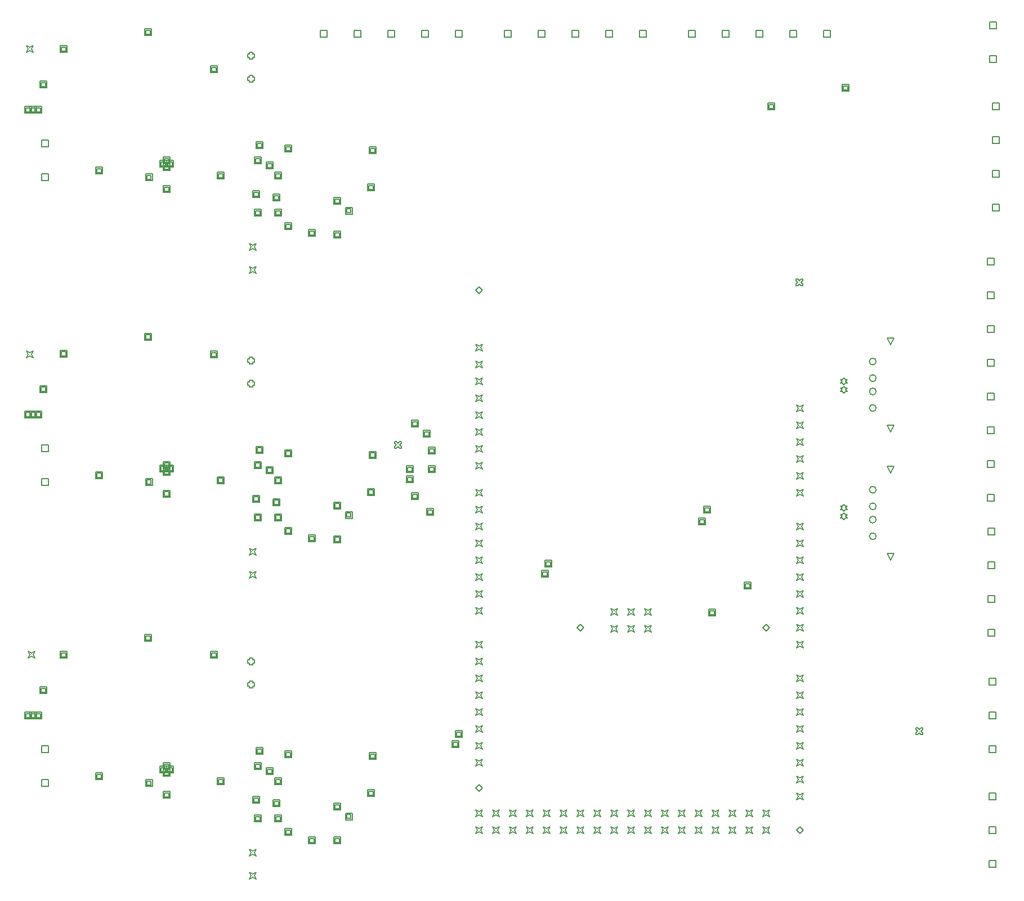
<source format=gbr>
%TF.GenerationSoftware,Altium Limited,Altium Designer,19.1.5 (86)*%
G04 Layer_Color=2752767*
%FSLAX26Y26*%
%MOIN*%
%TF.FileFunction,Drawing*%
%TF.Part,Single*%
G01*
G75*
%TA.AperFunction,NonConductor*%
%ADD51C,0.005000*%
%ADD108C,0.006667*%
D51*
X5781669Y1800370D02*
Y1840370D01*
X5821669D01*
Y1800370D01*
X5781669D01*
Y1600370D02*
Y1640370D01*
X5821669D01*
Y1600370D01*
X5781669D01*
Y2200370D02*
Y2240370D01*
X5821669D01*
Y2200370D01*
X5781669D01*
Y2000370D02*
Y2040370D01*
X5821669D01*
Y2000370D01*
X5781669D01*
X5780000Y2600000D02*
Y2640000D01*
X5820000D01*
Y2600000D01*
X5780000D01*
Y2400000D02*
Y2440000D01*
X5820000D01*
Y2400000D01*
X5780000D01*
Y3000000D02*
Y3040000D01*
X5820000D01*
Y3000000D01*
X5780000D01*
Y2800000D02*
Y2840000D01*
X5820000D01*
Y2800000D01*
X5780000D01*
Y3400000D02*
Y3440000D01*
X5820000D01*
Y3400000D01*
X5780000D01*
Y3200000D02*
Y3240000D01*
X5820000D01*
Y3200000D01*
X5780000D01*
Y3800000D02*
Y3840000D01*
X5820000D01*
Y3800000D01*
X5780000D01*
Y3600000D02*
Y3640000D01*
X5820000D01*
Y3600000D01*
X5780000D01*
X5791669Y5000370D02*
Y5040370D01*
X5831669D01*
Y5000370D01*
X5791669D01*
Y5200370D02*
Y5240370D01*
X5831669D01*
Y5200370D01*
X5791669D01*
X5810000Y4720000D02*
Y4760000D01*
X5850000D01*
Y4720000D01*
X5810000D01*
Y4520000D02*
Y4560000D01*
X5850000D01*
Y4520000D01*
X5810000D01*
Y4120000D02*
Y4160000D01*
X5850000D01*
Y4120000D01*
X5810000D01*
Y4320000D02*
Y4360000D01*
X5850000D01*
Y4320000D01*
X5810000D01*
X5207637Y2568661D02*
X5187637Y2608661D01*
X5227637D01*
X5207637Y2568661D01*
Y2051339D02*
X5187637Y2091339D01*
X5227637D01*
X5207637Y2051339D01*
X5207640Y3328661D02*
X5187640Y3368661D01*
X5227640D01*
X5207640Y3328661D01*
Y2811339D02*
X5187640Y2851339D01*
X5227640D01*
X5207640Y2811339D01*
X5790000Y630000D02*
Y670000D01*
X5830000D01*
Y630000D01*
X5790000D01*
Y430000D02*
Y470000D01*
X5830000D01*
Y430000D01*
X5790000D01*
Y230000D02*
Y270000D01*
X5830000D01*
Y230000D01*
X5790000D01*
X4810000Y5150000D02*
Y5190000D01*
X4850000D01*
Y5150000D01*
X4810000D01*
X4610000D02*
Y5190000D01*
X4650000D01*
Y5150000D01*
X4610000D01*
X4410000D02*
Y5190000D01*
X4450000D01*
Y5150000D01*
X4410000D01*
X4010000D02*
Y5190000D01*
X4050000D01*
Y5150000D01*
X4010000D01*
X4210000D02*
Y5190000D01*
X4250000D01*
Y5150000D01*
X4210000D01*
X4930000Y3090000D02*
X4940000Y3100000D01*
X4950000D01*
X4940000Y3110000D01*
X4950000Y3120000D01*
X4940000D01*
X4930000Y3130000D01*
X4920000Y3120000D01*
X4910000D01*
X4920000Y3110000D01*
X4910000Y3100000D01*
X4920000D01*
X4930000Y3090000D01*
Y3040000D02*
X4940000Y3050000D01*
X4950000D01*
X4940000Y3060000D01*
X4950000Y3070000D01*
X4940000D01*
X4930000Y3080000D01*
X4920000Y3070000D01*
X4910000D01*
X4920000Y3060000D01*
X4910000Y3050000D01*
X4920000D01*
X4930000Y3040000D01*
X5790000Y1310000D02*
Y1350000D01*
X5830000D01*
Y1310000D01*
X5790000D01*
Y1110000D02*
Y1150000D01*
X5830000D01*
Y1110000D01*
X5790000D01*
Y910000D02*
Y950000D01*
X5830000D01*
Y910000D01*
X5790000D01*
X2630000Y5150000D02*
Y5190000D01*
X2670000D01*
Y5150000D01*
X2630000D01*
X2430000D02*
Y5190000D01*
X2470000D01*
Y5150000D01*
X2430000D01*
X2230000D02*
Y5190000D01*
X2270000D01*
Y5150000D01*
X2230000D01*
X1830000D02*
Y5190000D01*
X1870000D01*
Y5150000D01*
X1830000D01*
X2030000D02*
Y5190000D01*
X2070000D01*
Y5150000D01*
X2030000D01*
X3720000D02*
Y5190000D01*
X3760000D01*
Y5150000D01*
X3720000D01*
X3520000D02*
Y5190000D01*
X3560000D01*
Y5150000D01*
X3520000D01*
X3320000D02*
Y5190000D01*
X3360000D01*
Y5150000D01*
X3320000D01*
X2920000D02*
Y5190000D01*
X2960000D01*
Y5150000D01*
X2920000D01*
X3120000D02*
Y5190000D01*
X3160000D01*
Y5150000D01*
X3120000D01*
X1410000Y3750000D02*
X1420000Y3770000D01*
X1410000Y3790000D01*
X1430000Y3780000D01*
X1450000Y3790000D01*
X1440000Y3770000D01*
X1450000Y3750000D01*
X1430000Y3760000D01*
X1410000Y3750000D01*
Y3887795D02*
X1420000Y3907795D01*
X1410000Y3927795D01*
X1430000Y3917795D01*
X1450000Y3927795D01*
X1440000Y3907795D01*
X1450000Y3887795D01*
X1430000Y3897795D01*
X1410000Y3887795D01*
Y4892205D02*
Y4882205D01*
X1430000D01*
Y4892205D01*
X1440000D01*
Y4912205D01*
X1430000D01*
Y4922205D01*
X1410000D01*
Y4912205D01*
X1400000D01*
Y4892205D01*
X1410000D01*
Y5030000D02*
Y5020000D01*
X1430000D01*
Y5030000D01*
X1440000D01*
Y5050000D01*
X1430000D01*
Y5060000D01*
X1410000D01*
Y5050000D01*
X1400000D01*
Y5030000D01*
X1410000D01*
X1410000Y1943465D02*
X1420000Y1963465D01*
X1410000Y1983465D01*
X1430000Y1973465D01*
X1450000Y1983465D01*
X1440000Y1963465D01*
X1450000Y1943465D01*
X1430000Y1953465D01*
X1410000Y1943465D01*
Y2081260D02*
X1420000Y2101260D01*
X1410000Y2121260D01*
X1430000Y2111260D01*
X1450000Y2121260D01*
X1440000Y2101260D01*
X1450000Y2081260D01*
X1430000Y2091260D01*
X1410000Y2081260D01*
Y3085669D02*
Y3075669D01*
X1430000D01*
Y3085669D01*
X1440000D01*
Y3105669D01*
X1430000D01*
Y3115669D01*
X1410000D01*
Y3105669D01*
X1400000D01*
Y3085669D01*
X1410000D01*
Y3223465D02*
Y3213465D01*
X1430000D01*
Y3223465D01*
X1440000D01*
Y3243465D01*
X1430000D01*
Y3253465D01*
X1410000D01*
Y3243465D01*
X1400000D01*
Y3223465D01*
X1410000D01*
X178331Y2493095D02*
Y2533095D01*
X218331D01*
Y2493095D01*
X178331D01*
Y2693095D02*
Y2733095D01*
X218331D01*
Y2693095D01*
X178331D01*
X178331Y4299630D02*
Y4339630D01*
X218331D01*
Y4299630D01*
X178331D01*
Y4499630D02*
Y4539630D01*
X218331D01*
Y4499630D01*
X178331D01*
X1410000Y1440000D02*
Y1430000D01*
X1430000D01*
Y1440000D01*
X1440000D01*
Y1460000D01*
X1430000D01*
Y1470000D01*
X1410000D01*
Y1460000D01*
X1400000D01*
Y1440000D01*
X1410000D01*
Y1302205D02*
Y1292205D01*
X1430000D01*
Y1302205D01*
X1440000D01*
Y1322205D01*
X1430000D01*
Y1332205D01*
X1410000D01*
Y1322205D01*
X1400000D01*
Y1302205D01*
X1410000D01*
Y297795D02*
X1420000Y317795D01*
X1410000Y337795D01*
X1430000Y327795D01*
X1450000Y337795D01*
X1440000Y317795D01*
X1450000Y297795D01*
X1430000Y307795D01*
X1410000Y297795D01*
Y160000D02*
X1420000Y180000D01*
X1410000Y200000D01*
X1430000Y190000D01*
X1450000Y200000D01*
X1440000Y180000D01*
X1450000Y160000D01*
X1430000Y170000D01*
X1410000Y160000D01*
X4645000Y3677000D02*
X4655000D01*
X4665000Y3687000D01*
X4675000Y3677000D01*
X4685000D01*
Y3687000D01*
X4675000Y3697000D01*
X4685000Y3707000D01*
Y3717000D01*
X4675000D01*
X4665000Y3707000D01*
X4655000Y3717000D01*
X4645000D01*
Y3707000D01*
X4655000Y3697000D01*
X4645000Y3687000D01*
Y3677000D01*
X5355500Y1016000D02*
X5365500D01*
X5375500Y1026000D01*
X5385500Y1016000D01*
X5395500D01*
Y1026000D01*
X5385500Y1036000D01*
X5395500Y1046000D01*
Y1056000D01*
X5385500D01*
X5375500Y1046000D01*
X5365500Y1056000D01*
X5355500D01*
Y1046000D01*
X5365500Y1036000D01*
X5355500Y1026000D01*
Y1016000D01*
X2269500Y2713500D02*
X2279500D01*
X2289500Y2723500D01*
X2299500Y2713500D01*
X2309500D01*
Y2723500D01*
X2299500Y2733500D01*
X2309500Y2743500D01*
Y2753500D01*
X2299500D01*
X2289500Y2743500D01*
X2279500Y2753500D01*
X2269500D01*
Y2743500D01*
X2279500Y2733500D01*
X2269500Y2723500D01*
Y2713500D01*
X178331Y909630D02*
Y949630D01*
X218331D01*
Y909630D01*
X178331D01*
Y709630D02*
Y749630D01*
X218331D01*
Y709630D01*
X178331D01*
X4450000Y530000D02*
X4460000Y550000D01*
X4450000Y570000D01*
X4470000Y560000D01*
X4490000Y570000D01*
X4480000Y550000D01*
X4490000Y530000D01*
X4470000Y540000D01*
X4450000Y530000D01*
Y430000D02*
X4460000Y450000D01*
X4450000Y470000D01*
X4470000Y460000D01*
X4490000Y470000D01*
X4480000Y450000D01*
X4490000Y430000D01*
X4470000Y440000D01*
X4450000Y430000D01*
X4350000Y530000D02*
X4360000Y550000D01*
X4350000Y570000D01*
X4370000Y560000D01*
X4390000Y570000D01*
X4380000Y550000D01*
X4390000Y530000D01*
X4370000Y540000D01*
X4350000Y530000D01*
Y430000D02*
X4360000Y450000D01*
X4350000Y470000D01*
X4370000Y460000D01*
X4390000Y470000D01*
X4380000Y450000D01*
X4390000Y430000D01*
X4370000Y440000D01*
X4350000Y430000D01*
X4250000Y530000D02*
X4260000Y550000D01*
X4250000Y570000D01*
X4270000Y560000D01*
X4290000Y570000D01*
X4280000Y550000D01*
X4290000Y530000D01*
X4270000Y540000D01*
X4250000Y530000D01*
Y430000D02*
X4260000Y450000D01*
X4250000Y470000D01*
X4270000Y460000D01*
X4290000Y470000D01*
X4280000Y450000D01*
X4290000Y430000D01*
X4270000Y440000D01*
X4250000Y430000D01*
X4150000Y530000D02*
X4160000Y550000D01*
X4150000Y570000D01*
X4170000Y560000D01*
X4190000Y570000D01*
X4180000Y550000D01*
X4190000Y530000D01*
X4170000Y540000D01*
X4150000Y530000D01*
Y430000D02*
X4160000Y450000D01*
X4150000Y470000D01*
X4170000Y460000D01*
X4190000Y470000D01*
X4180000Y450000D01*
X4190000Y430000D01*
X4170000Y440000D01*
X4150000Y430000D01*
X4050000Y530000D02*
X4060000Y550000D01*
X4050000Y570000D01*
X4070000Y560000D01*
X4090000Y570000D01*
X4080000Y550000D01*
X4090000Y530000D01*
X4070000Y540000D01*
X4050000Y530000D01*
Y430000D02*
X4060000Y450000D01*
X4050000Y470000D01*
X4070000Y460000D01*
X4090000Y470000D01*
X4080000Y450000D01*
X4090000Y430000D01*
X4070000Y440000D01*
X4050000Y430000D01*
X3950000Y530000D02*
X3960000Y550000D01*
X3950000Y570000D01*
X3970000Y560000D01*
X3990000Y570000D01*
X3980000Y550000D01*
X3990000Y530000D01*
X3970000Y540000D01*
X3950000Y530000D01*
Y430000D02*
X3960000Y450000D01*
X3950000Y470000D01*
X3970000Y460000D01*
X3990000Y470000D01*
X3980000Y450000D01*
X3990000Y430000D01*
X3970000Y440000D01*
X3950000Y430000D01*
X3850000Y530000D02*
X3860000Y550000D01*
X3850000Y570000D01*
X3870000Y560000D01*
X3890000Y570000D01*
X3880000Y550000D01*
X3890000Y530000D01*
X3870000Y540000D01*
X3850000Y530000D01*
Y430000D02*
X3860000Y450000D01*
X3850000Y470000D01*
X3870000Y460000D01*
X3890000Y470000D01*
X3880000Y450000D01*
X3890000Y430000D01*
X3870000Y440000D01*
X3850000Y430000D01*
X3750000Y530000D02*
X3760000Y550000D01*
X3750000Y570000D01*
X3770000Y560000D01*
X3790000Y570000D01*
X3780000Y550000D01*
X3790000Y530000D01*
X3770000Y540000D01*
X3750000Y530000D01*
Y430000D02*
X3760000Y450000D01*
X3750000Y470000D01*
X3770000Y460000D01*
X3790000Y470000D01*
X3780000Y450000D01*
X3790000Y430000D01*
X3770000Y440000D01*
X3750000Y430000D01*
X3650000D02*
X3660000Y450000D01*
X3650000Y470000D01*
X3670000Y460000D01*
X3690000Y470000D01*
X3680000Y450000D01*
X3690000Y430000D01*
X3670000Y440000D01*
X3650000Y430000D01*
Y530000D02*
X3660000Y550000D01*
X3650000Y570000D01*
X3670000Y560000D01*
X3690000Y570000D01*
X3680000Y550000D01*
X3690000Y530000D01*
X3670000Y540000D01*
X3650000Y530000D01*
X3550000D02*
X3560000Y550000D01*
X3550000Y570000D01*
X3570000Y560000D01*
X3590000Y570000D01*
X3580000Y550000D01*
X3590000Y530000D01*
X3570000Y540000D01*
X3550000Y530000D01*
Y430000D02*
X3560000Y450000D01*
X3550000Y470000D01*
X3570000Y460000D01*
X3590000Y470000D01*
X3580000Y450000D01*
X3590000Y430000D01*
X3570000Y440000D01*
X3550000Y430000D01*
X3450000Y530000D02*
X3460000Y550000D01*
X3450000Y570000D01*
X3470000Y560000D01*
X3490000Y570000D01*
X3480000Y550000D01*
X3490000Y530000D01*
X3470000Y540000D01*
X3450000Y530000D01*
Y430000D02*
X3460000Y450000D01*
X3450000Y470000D01*
X3470000Y460000D01*
X3490000Y470000D01*
X3480000Y450000D01*
X3490000Y430000D01*
X3470000Y440000D01*
X3450000Y430000D01*
X3350000Y530000D02*
X3360000Y550000D01*
X3350000Y570000D01*
X3370000Y560000D01*
X3390000Y570000D01*
X3380000Y550000D01*
X3390000Y530000D01*
X3370000Y540000D01*
X3350000Y530000D01*
Y430000D02*
X3360000Y450000D01*
X3350000Y470000D01*
X3370000Y460000D01*
X3390000Y470000D01*
X3380000Y450000D01*
X3390000Y430000D01*
X3370000Y440000D01*
X3350000Y430000D01*
X3250000Y530000D02*
X3260000Y550000D01*
X3250000Y570000D01*
X3270000Y560000D01*
X3290000Y570000D01*
X3280000Y550000D01*
X3290000Y530000D01*
X3270000Y540000D01*
X3250000Y530000D01*
Y430000D02*
X3260000Y450000D01*
X3250000Y470000D01*
X3270000Y460000D01*
X3290000Y470000D01*
X3280000Y450000D01*
X3290000Y430000D01*
X3270000Y440000D01*
X3250000Y430000D01*
X3150000Y530000D02*
X3160000Y550000D01*
X3150000Y570000D01*
X3170000Y560000D01*
X3190000Y570000D01*
X3180000Y550000D01*
X3190000Y530000D01*
X3170000Y540000D01*
X3150000Y530000D01*
Y430000D02*
X3160000Y450000D01*
X3150000Y470000D01*
X3170000Y460000D01*
X3190000Y470000D01*
X3180000Y450000D01*
X3190000Y430000D01*
X3170000Y440000D01*
X3150000Y430000D01*
X3050000Y530000D02*
X3060000Y550000D01*
X3050000Y570000D01*
X3070000Y560000D01*
X3090000Y570000D01*
X3080000Y550000D01*
X3090000Y530000D01*
X3070000Y540000D01*
X3050000Y530000D01*
Y430000D02*
X3060000Y450000D01*
X3050000Y470000D01*
X3070000Y460000D01*
X3090000Y470000D01*
X3080000Y450000D01*
X3090000Y430000D01*
X3070000Y440000D01*
X3050000Y430000D01*
X2950000Y530000D02*
X2960000Y550000D01*
X2950000Y570000D01*
X2970000Y560000D01*
X2990000Y570000D01*
X2980000Y550000D01*
X2990000Y530000D01*
X2970000Y540000D01*
X2950000Y530000D01*
Y430000D02*
X2960000Y450000D01*
X2950000Y470000D01*
X2970000Y460000D01*
X2990000Y470000D01*
X2980000Y450000D01*
X2990000Y430000D01*
X2970000Y440000D01*
X2950000Y430000D01*
X2850000Y530000D02*
X2860000Y550000D01*
X2850000Y570000D01*
X2870000Y560000D01*
X2890000Y570000D01*
X2880000Y550000D01*
X2890000Y530000D01*
X2870000Y540000D01*
X2850000Y530000D01*
Y430000D02*
X2860000Y450000D01*
X2850000Y470000D01*
X2870000Y460000D01*
X2890000Y470000D01*
X2880000Y450000D01*
X2890000Y430000D01*
X2870000Y440000D01*
X2850000Y430000D01*
X2750000Y530000D02*
X2760000Y550000D01*
X2750000Y570000D01*
X2770000Y560000D01*
X2790000Y570000D01*
X2780000Y550000D01*
X2790000Y530000D01*
X2770000Y540000D01*
X2750000Y530000D01*
Y430000D02*
X2760000Y450000D01*
X2750000Y470000D01*
X2770000Y460000D01*
X2790000Y470000D01*
X2780000Y450000D01*
X2790000Y430000D01*
X2770000Y440000D01*
X2750000Y430000D01*
X4650000Y1130000D02*
X4660000Y1150000D01*
X4650000Y1170000D01*
X4670000Y1160000D01*
X4690000Y1170000D01*
X4680000Y1150000D01*
X4690000Y1130000D01*
X4670000Y1140000D01*
X4650000Y1130000D01*
Y1230000D02*
X4660000Y1250000D01*
X4650000Y1270000D01*
X4670000Y1260000D01*
X4690000Y1270000D01*
X4680000Y1250000D01*
X4690000Y1230000D01*
X4670000Y1240000D01*
X4650000Y1230000D01*
Y630000D02*
X4660000Y650000D01*
X4650000Y670000D01*
X4670000Y660000D01*
X4690000Y670000D01*
X4680000Y650000D01*
X4690000Y630000D01*
X4670000Y640000D01*
X4650000Y630000D01*
Y730000D02*
X4660000Y750000D01*
X4650000Y770000D01*
X4670000Y760000D01*
X4690000Y770000D01*
X4680000Y750000D01*
X4690000Y730000D01*
X4670000Y740000D01*
X4650000Y730000D01*
Y830000D02*
X4660000Y850000D01*
X4650000Y870000D01*
X4670000Y860000D01*
X4690000Y870000D01*
X4680000Y850000D01*
X4690000Y830000D01*
X4670000Y840000D01*
X4650000Y830000D01*
Y930000D02*
X4660000Y950000D01*
X4650000Y970000D01*
X4670000Y960000D01*
X4690000Y970000D01*
X4680000Y950000D01*
X4690000Y930000D01*
X4670000Y940000D01*
X4650000Y930000D01*
Y1030000D02*
X4660000Y1050000D01*
X4650000Y1070000D01*
X4670000Y1060000D01*
X4690000Y1070000D01*
X4680000Y1050000D01*
X4690000Y1030000D01*
X4670000Y1040000D01*
X4650000Y1030000D01*
Y1330000D02*
X4660000Y1350000D01*
X4650000Y1370000D01*
X4670000Y1360000D01*
X4690000Y1370000D01*
X4680000Y1350000D01*
X4690000Y1330000D01*
X4670000Y1340000D01*
X4650000Y1330000D01*
X2750000Y1030000D02*
X2760000Y1050000D01*
X2750000Y1070000D01*
X2770000Y1060000D01*
X2790000Y1070000D01*
X2780000Y1050000D01*
X2790000Y1030000D01*
X2770000Y1040000D01*
X2750000Y1030000D01*
Y930000D02*
X2760000Y950000D01*
X2750000Y970000D01*
X2770000Y960000D01*
X2790000Y970000D01*
X2780000Y950000D01*
X2790000Y930000D01*
X2770000Y940000D01*
X2750000Y930000D01*
Y1530000D02*
X2760000Y1550000D01*
X2750000Y1570000D01*
X2770000Y1560000D01*
X2790000Y1570000D01*
X2780000Y1550000D01*
X2790000Y1530000D01*
X2770000Y1540000D01*
X2750000Y1530000D01*
Y1430000D02*
X2760000Y1450000D01*
X2750000Y1470000D01*
X2770000Y1460000D01*
X2790000Y1470000D01*
X2780000Y1450000D01*
X2790000Y1430000D01*
X2770000Y1440000D01*
X2750000Y1430000D01*
Y1330000D02*
X2760000Y1350000D01*
X2750000Y1370000D01*
X2770000Y1360000D01*
X2790000Y1370000D01*
X2780000Y1350000D01*
X2790000Y1330000D01*
X2770000Y1340000D01*
X2750000Y1330000D01*
Y1230000D02*
X2760000Y1250000D01*
X2750000Y1270000D01*
X2770000Y1260000D01*
X2790000Y1270000D01*
X2780000Y1250000D01*
X2790000Y1230000D01*
X2770000Y1240000D01*
X2750000Y1230000D01*
Y1130000D02*
X2760000Y1150000D01*
X2750000Y1170000D01*
X2770000Y1160000D01*
X2790000Y1170000D01*
X2780000Y1150000D01*
X2790000Y1130000D01*
X2770000Y1140000D01*
X2750000Y1130000D01*
Y830000D02*
X2760000Y850000D01*
X2750000Y870000D01*
X2770000Y860000D01*
X2790000Y870000D01*
X2780000Y850000D01*
X2790000Y830000D01*
X2770000Y840000D01*
X2750000Y830000D01*
X3750000Y1625000D02*
X3760000Y1645000D01*
X3750000Y1665000D01*
X3770000Y1655000D01*
X3790000Y1665000D01*
X3780000Y1645000D01*
X3790000Y1625000D01*
X3770000Y1635000D01*
X3750000Y1625000D01*
Y1725000D02*
X3760000Y1745000D01*
X3750000Y1765000D01*
X3770000Y1755000D01*
X3790000Y1765000D01*
X3780000Y1745000D01*
X3790000Y1725000D01*
X3770000Y1735000D01*
X3750000Y1725000D01*
X3650000Y1625000D02*
X3660000Y1645000D01*
X3650000Y1665000D01*
X3670000Y1655000D01*
X3690000Y1665000D01*
X3680000Y1645000D01*
X3690000Y1625000D01*
X3670000Y1635000D01*
X3650000Y1625000D01*
Y1725000D02*
X3660000Y1745000D01*
X3650000Y1765000D01*
X3670000Y1755000D01*
X3690000Y1765000D01*
X3680000Y1745000D01*
X3690000Y1725000D01*
X3670000Y1735000D01*
X3650000Y1725000D01*
X3550000Y1625000D02*
X3560000Y1645000D01*
X3550000Y1665000D01*
X3570000Y1655000D01*
X3590000Y1665000D01*
X3580000Y1645000D01*
X3590000Y1625000D01*
X3570000Y1635000D01*
X3550000Y1625000D01*
Y1725000D02*
X3560000Y1745000D01*
X3550000Y1765000D01*
X3570000Y1755000D01*
X3590000Y1765000D01*
X3580000Y1745000D01*
X3590000Y1725000D01*
X3570000Y1735000D01*
X3550000Y1725000D01*
X4650000Y2030000D02*
X4660000Y2050000D01*
X4650000Y2070000D01*
X4670000Y2060000D01*
X4690000Y2070000D01*
X4680000Y2050000D01*
X4690000Y2030000D01*
X4670000Y2040000D01*
X4650000Y2030000D01*
Y2130000D02*
X4660000Y2150000D01*
X4650000Y2170000D01*
X4670000Y2160000D01*
X4690000Y2170000D01*
X4680000Y2150000D01*
X4690000Y2130000D01*
X4670000Y2140000D01*
X4650000Y2130000D01*
Y1530000D02*
X4660000Y1550000D01*
X4650000Y1570000D01*
X4670000Y1560000D01*
X4690000Y1570000D01*
X4680000Y1550000D01*
X4690000Y1530000D01*
X4670000Y1540000D01*
X4650000Y1530000D01*
Y1630000D02*
X4660000Y1650000D01*
X4650000Y1670000D01*
X4670000Y1660000D01*
X4690000Y1670000D01*
X4680000Y1650000D01*
X4690000Y1630000D01*
X4670000Y1640000D01*
X4650000Y1630000D01*
Y1730000D02*
X4660000Y1750000D01*
X4650000Y1770000D01*
X4670000Y1760000D01*
X4690000Y1770000D01*
X4680000Y1750000D01*
X4690000Y1730000D01*
X4670000Y1740000D01*
X4650000Y1730000D01*
Y1830000D02*
X4660000Y1850000D01*
X4650000Y1870000D01*
X4670000Y1860000D01*
X4690000Y1870000D01*
X4680000Y1850000D01*
X4690000Y1830000D01*
X4670000Y1840000D01*
X4650000Y1830000D01*
Y1930000D02*
X4660000Y1950000D01*
X4650000Y1970000D01*
X4670000Y1960000D01*
X4690000Y1970000D01*
X4680000Y1950000D01*
X4690000Y1930000D01*
X4670000Y1940000D01*
X4650000Y1930000D01*
Y2230000D02*
X4660000Y2250000D01*
X4650000Y2270000D01*
X4670000Y2260000D01*
X4690000Y2270000D01*
X4680000Y2250000D01*
X4690000Y2230000D01*
X4670000Y2240000D01*
X4650000Y2230000D01*
X2750000Y1930000D02*
X2760000Y1950000D01*
X2750000Y1970000D01*
X2770000Y1960000D01*
X2790000Y1970000D01*
X2780000Y1950000D01*
X2790000Y1930000D01*
X2770000Y1940000D01*
X2750000Y1930000D01*
Y1830000D02*
X2760000Y1850000D01*
X2750000Y1870000D01*
X2770000Y1860000D01*
X2790000Y1870000D01*
X2780000Y1850000D01*
X2790000Y1830000D01*
X2770000Y1840000D01*
X2750000Y1830000D01*
Y2430000D02*
X2760000Y2450000D01*
X2750000Y2470000D01*
X2770000Y2460000D01*
X2790000Y2470000D01*
X2780000Y2450000D01*
X2790000Y2430000D01*
X2770000Y2440000D01*
X2750000Y2430000D01*
Y2330000D02*
X2760000Y2350000D01*
X2750000Y2370000D01*
X2770000Y2360000D01*
X2790000Y2370000D01*
X2780000Y2350000D01*
X2790000Y2330000D01*
X2770000Y2340000D01*
X2750000Y2330000D01*
Y2230000D02*
X2760000Y2250000D01*
X2750000Y2270000D01*
X2770000Y2260000D01*
X2790000Y2270000D01*
X2780000Y2250000D01*
X2790000Y2230000D01*
X2770000Y2240000D01*
X2750000Y2230000D01*
Y2130000D02*
X2760000Y2150000D01*
X2750000Y2170000D01*
X2770000Y2160000D01*
X2790000Y2170000D01*
X2780000Y2150000D01*
X2790000Y2130000D01*
X2770000Y2140000D01*
X2750000Y2130000D01*
Y2030000D02*
X2760000Y2050000D01*
X2750000Y2070000D01*
X2770000Y2060000D01*
X2790000Y2070000D01*
X2780000Y2050000D01*
X2790000Y2030000D01*
X2770000Y2040000D01*
X2750000Y2030000D01*
Y1730000D02*
X2760000Y1750000D01*
X2750000Y1770000D01*
X2770000Y1760000D01*
X2790000Y1770000D01*
X2780000Y1750000D01*
X2790000Y1730000D01*
X2770000Y1740000D01*
X2750000Y1730000D01*
X4650000Y2430000D02*
X4660000Y2450000D01*
X4650000Y2470000D01*
X4670000Y2460000D01*
X4690000Y2470000D01*
X4680000Y2450000D01*
X4690000Y2430000D01*
X4670000Y2440000D01*
X4650000Y2430000D01*
Y2530000D02*
X4660000Y2550000D01*
X4650000Y2570000D01*
X4670000Y2560000D01*
X4690000Y2570000D01*
X4680000Y2550000D01*
X4690000Y2530000D01*
X4670000Y2540000D01*
X4650000Y2530000D01*
Y2630000D02*
X4660000Y2650000D01*
X4650000Y2670000D01*
X4670000Y2660000D01*
X4690000Y2670000D01*
X4680000Y2650000D01*
X4690000Y2630000D01*
X4670000Y2640000D01*
X4650000Y2630000D01*
Y2730000D02*
X4660000Y2750000D01*
X4650000Y2770000D01*
X4670000Y2760000D01*
X4690000Y2770000D01*
X4680000Y2750000D01*
X4690000Y2730000D01*
X4670000Y2740000D01*
X4650000Y2730000D01*
Y2830000D02*
X4660000Y2850000D01*
X4650000Y2870000D01*
X4670000Y2860000D01*
X4690000Y2870000D01*
X4680000Y2850000D01*
X4690000Y2830000D01*
X4670000Y2840000D01*
X4650000Y2830000D01*
Y2930000D02*
X4660000Y2950000D01*
X4650000Y2970000D01*
X4670000Y2960000D01*
X4690000Y2970000D01*
X4680000Y2950000D01*
X4690000Y2930000D01*
X4670000Y2940000D01*
X4650000Y2930000D01*
X2750000Y2790000D02*
X2760000Y2810000D01*
X2750000Y2830000D01*
X2770000Y2820000D01*
X2790000Y2830000D01*
X2780000Y2810000D01*
X2790000Y2790000D01*
X2770000Y2800000D01*
X2750000Y2790000D01*
Y2690000D02*
X2760000Y2710000D01*
X2750000Y2730000D01*
X2770000Y2720000D01*
X2790000Y2730000D01*
X2780000Y2710000D01*
X2790000Y2690000D01*
X2770000Y2700000D01*
X2750000Y2690000D01*
Y3290000D02*
X2760000Y3310000D01*
X2750000Y3330000D01*
X2770000Y3320000D01*
X2790000Y3330000D01*
X2780000Y3310000D01*
X2790000Y3290000D01*
X2770000Y3300000D01*
X2750000Y3290000D01*
Y3190000D02*
X2760000Y3210000D01*
X2750000Y3230000D01*
X2770000Y3220000D01*
X2790000Y3230000D01*
X2780000Y3210000D01*
X2790000Y3190000D01*
X2770000Y3200000D01*
X2750000Y3190000D01*
Y3090000D02*
X2760000Y3110000D01*
X2750000Y3130000D01*
X2770000Y3120000D01*
X2790000Y3130000D01*
X2780000Y3110000D01*
X2790000Y3090000D01*
X2770000Y3100000D01*
X2750000Y3090000D01*
Y2990000D02*
X2760000Y3010000D01*
X2750000Y3030000D01*
X2770000Y3020000D01*
X2790000Y3030000D01*
X2780000Y3010000D01*
X2790000Y2990000D01*
X2770000Y3000000D01*
X2750000Y2990000D01*
Y2890000D02*
X2760000Y2910000D01*
X2750000Y2930000D01*
X2770000Y2920000D01*
X2790000Y2930000D01*
X2780000Y2910000D01*
X2790000Y2890000D01*
X2770000Y2900000D01*
X2750000Y2890000D01*
Y2590000D02*
X2760000Y2610000D01*
X2750000Y2630000D01*
X2770000Y2620000D01*
X2790000Y2630000D01*
X2780000Y2610000D01*
X2790000Y2590000D01*
X2770000Y2600000D01*
X2750000Y2590000D01*
Y3650000D02*
X2770000Y3670000D01*
X2790000Y3650000D01*
X2770000Y3630000D01*
X2750000Y3650000D01*
X3350000Y1650000D02*
X3370000Y1670000D01*
X3390000Y1650000D01*
X3370000Y1630000D01*
X3350000Y1650000D01*
X4450000D02*
X4470000Y1670000D01*
X4490000Y1650000D01*
X4470000Y1630000D01*
X4450000Y1650000D01*
X4650000Y450000D02*
X4670000Y470000D01*
X4690000Y450000D01*
X4670000Y430000D01*
X4650000Y450000D01*
X2750000Y700000D02*
X2770000Y720000D01*
X2790000Y700000D01*
X2770000Y680000D01*
X2750000Y700000D01*
X4930000Y2290000D02*
X4940000Y2300000D01*
X4950000D01*
X4940000Y2310000D01*
X4950000Y2320000D01*
X4940000D01*
X4930000Y2330000D01*
X4920000Y2320000D01*
X4910000D01*
X4920000Y2310000D01*
X4910000Y2300000D01*
X4920000D01*
X4930000Y2290000D01*
Y2340000D02*
X4940000Y2350000D01*
X4950000D01*
X4940000Y2360000D01*
X4950000Y2370000D01*
X4940000D01*
X4930000Y2380000D01*
X4920000Y2370000D01*
X4910000D01*
X4920000Y2360000D01*
X4910000Y2350000D01*
X4920000D01*
X4930000Y2340000D01*
X90000Y3250000D02*
X100000Y3270000D01*
X90000Y3290000D01*
X110000Y3280000D01*
X130000Y3290000D01*
X120000Y3270000D01*
X130000Y3250000D01*
X110000Y3260000D01*
X90000Y3250000D01*
X100000Y1470000D02*
X110000Y1490000D01*
X100000Y1510000D01*
X120000Y1500000D01*
X140000Y1510000D01*
X130000Y1490000D01*
X140000Y1470000D01*
X120000Y1480000D01*
X100000Y1470000D01*
X90000Y5060000D02*
X100000Y5080000D01*
X90000Y5100000D01*
X110000Y5090000D01*
X130000Y5100000D01*
X120000Y5080000D01*
X130000Y5060000D01*
X110000Y5070000D01*
X90000Y5060000D01*
X1979134Y511969D02*
Y551968D01*
X2019134D01*
Y511969D01*
X1979134D01*
X1987134Y519968D02*
Y543968D01*
X2011134D01*
Y519968D01*
X1987134D01*
X1979134Y4101968D02*
Y4141968D01*
X2019134D01*
Y4101968D01*
X1979134D01*
X1987134Y4109968D02*
Y4133968D01*
X2011134D01*
Y4109968D01*
X1987134D01*
X1979134Y2297402D02*
Y2337402D01*
X2019134D01*
Y2297402D01*
X1979134D01*
X1987134Y2305402D02*
Y2329402D01*
X2011134D01*
Y2305402D01*
X1987134D01*
X3160000Y2010000D02*
Y2050000D01*
X3200000D01*
Y2010000D01*
X3160000D01*
X3168000Y2018000D02*
Y2042000D01*
X3192000D01*
Y2018000D01*
X3168000D01*
X3140000Y1950000D02*
Y1990000D01*
X3180000D01*
Y1950000D01*
X3140000D01*
X3148000Y1958000D02*
Y1982000D01*
X3172000D01*
Y1958000D01*
X3148000D01*
X4100000Y2330000D02*
Y2370000D01*
X4140000D01*
Y2330000D01*
X4100000D01*
X4108000Y2338000D02*
Y2362000D01*
X4132000D01*
Y2338000D01*
X4108000D01*
X4070000Y2260000D02*
Y2300000D01*
X4110000D01*
Y2260000D01*
X4070000D01*
X4078000Y2268000D02*
Y2292000D01*
X4102000D01*
Y2268000D01*
X4078000D01*
X4340000Y1880000D02*
Y1920000D01*
X4380000D01*
Y1880000D01*
X4340000D01*
X4348000Y1888000D02*
Y1912000D01*
X4372000D01*
Y1888000D01*
X4348000D01*
X4130000Y1720000D02*
Y1760000D01*
X4170000D01*
Y1720000D01*
X4130000D01*
X4138000Y1728000D02*
Y1752000D01*
X4162000D01*
Y1728000D01*
X4138000D01*
X2610000Y940000D02*
Y980000D01*
X2650000D01*
Y940000D01*
X2610000D01*
X2618000Y948000D02*
Y972000D01*
X2642000D01*
Y948000D01*
X2618000D01*
X1760000Y370000D02*
Y410000D01*
X1800000D01*
Y370000D01*
X1760000D01*
X1768000Y378000D02*
Y402000D01*
X1792000D01*
Y378000D01*
X1768000D01*
X2630000Y1000000D02*
Y1040000D01*
X2670000D01*
Y1000000D01*
X2630000D01*
X2638000Y1008000D02*
Y1032000D01*
X2662000D01*
Y1008000D01*
X2638000D01*
X2470000Y2570000D02*
Y2610000D01*
X2510000D01*
Y2570000D01*
X2470000D01*
X2478000Y2578000D02*
Y2602000D01*
X2502000D01*
Y2578000D01*
X2478000D01*
X2340000Y2510000D02*
Y2550000D01*
X2380000D01*
Y2510000D01*
X2340000D01*
X2348000Y2518000D02*
Y2542000D01*
X2372000D01*
Y2518000D01*
X2348000D01*
X1760000Y2160000D02*
Y2200000D01*
X1800000D01*
Y2160000D01*
X1760000D01*
X1768000Y2168000D02*
Y2192000D01*
X1792000D01*
Y2168000D01*
X1768000D01*
X2470000Y2680000D02*
Y2720000D01*
X2510000D01*
Y2680000D01*
X2470000D01*
X2478000Y2688000D02*
Y2712000D01*
X2502000D01*
Y2688000D01*
X2478000D01*
X2440000Y2780000D02*
Y2820000D01*
X2480000D01*
Y2780000D01*
X2440000D01*
X2448000Y2788000D02*
Y2812000D01*
X2472000D01*
Y2788000D01*
X2448000D01*
X2340000Y2570000D02*
Y2610000D01*
X2380000D01*
Y2570000D01*
X2340000D01*
X2348000Y2578000D02*
Y2602000D01*
X2372000D01*
Y2578000D01*
X2348000D01*
X2460000Y2316250D02*
Y2356250D01*
X2500000D01*
Y2316250D01*
X2460000D01*
X2468000Y2324250D02*
Y2348250D01*
X2492000D01*
Y2324250D01*
X2468000D01*
X2370000Y2410000D02*
Y2450000D01*
X2410000D01*
Y2410000D01*
X2370000D01*
X2378000Y2418000D02*
Y2442000D01*
X2402000D01*
Y2418000D01*
X2378000D01*
X2370000Y2840000D02*
Y2880000D01*
X2410000D01*
Y2840000D01*
X2370000D01*
X2378000Y2848000D02*
Y2872000D01*
X2402000D01*
Y2848000D01*
X2378000D01*
X1180000Y1470000D02*
Y1510000D01*
X1220000D01*
Y1470000D01*
X1180000D01*
X1188000Y1478000D02*
Y1502000D01*
X1212000D01*
Y1478000D01*
X1188000D01*
X1180000Y3250000D02*
Y3290000D01*
X1220000D01*
Y3250000D01*
X1180000D01*
X1188000Y3258000D02*
Y3282000D01*
X1212000D01*
Y3258000D01*
X1188000D01*
X1760000Y3970000D02*
Y4010000D01*
X1800000D01*
Y3970000D01*
X1760000D01*
X1768000Y3978000D02*
Y4002000D01*
X1792000D01*
Y3978000D01*
X1768000D01*
X4480000Y4720000D02*
Y4760000D01*
X4520000D01*
Y4720000D01*
X4480000D01*
X4488000Y4728000D02*
Y4752000D01*
X4512000D01*
Y4728000D01*
X4488000D01*
X4920000Y4830000D02*
Y4870000D01*
X4960000D01*
Y4830000D01*
X4920000D01*
X4928000Y4838000D02*
Y4862000D01*
X4952000D01*
Y4838000D01*
X4928000D01*
X1180000Y4940000D02*
Y4980000D01*
X1220000D01*
Y4940000D01*
X1180000D01*
X1188000Y4948000D02*
Y4972000D01*
X1212000D01*
Y4948000D01*
X1188000D01*
X290000Y1470000D02*
Y1510000D01*
X330000D01*
Y1470000D01*
X290000D01*
X298000Y1478000D02*
Y1502000D01*
X322000D01*
Y1478000D01*
X298000D01*
X80000Y1110000D02*
Y1150000D01*
X120000D01*
Y1110000D01*
X80000D01*
X88000Y1118000D02*
Y1142000D01*
X112000D01*
Y1118000D01*
X88000D01*
X110000Y1110000D02*
Y1150000D01*
X150000D01*
Y1110000D01*
X110000D01*
X118000Y1118000D02*
Y1142000D01*
X142000D01*
Y1118000D01*
X118000D01*
X140000Y1110000D02*
Y1150000D01*
X180000D01*
Y1110000D01*
X140000D01*
X148000Y1118000D02*
Y1142000D01*
X172000D01*
Y1118000D01*
X148000D01*
X880000Y790000D02*
Y830000D01*
X920000D01*
Y790000D01*
X880000D01*
X888000Y798000D02*
Y822000D01*
X912000D01*
Y798000D01*
X888000D01*
X900000Y810000D02*
Y850000D01*
X940000D01*
Y810000D01*
X900000D01*
X908000Y818000D02*
Y842000D01*
X932000D01*
Y818000D01*
X908000D01*
X900000Y770000D02*
Y810000D01*
X940000D01*
Y770000D01*
X900000D01*
X908000Y778000D02*
Y802000D01*
X932000D01*
Y778000D01*
X908000D01*
X920000Y790000D02*
Y830000D01*
X960000D01*
Y790000D01*
X920000D01*
X928000Y798000D02*
Y822000D01*
X952000D01*
Y798000D01*
X928000D01*
X900000Y640000D02*
Y680000D01*
X940000D01*
Y640000D01*
X900000D01*
X908000Y648000D02*
Y672000D01*
X932000D01*
Y648000D01*
X908000D01*
X1440000Y500000D02*
Y540000D01*
X1480000D01*
Y500000D01*
X1440000D01*
X1448000Y508000D02*
Y532000D01*
X1472000D01*
Y508000D01*
X1448000D01*
X500000Y750000D02*
Y790000D01*
X540000D01*
Y750000D01*
X500000D01*
X508000Y758000D02*
Y782000D01*
X532000D01*
Y758000D01*
X508000D01*
X1510000Y780000D02*
Y820000D01*
X1550000D01*
Y780000D01*
X1510000D01*
X1518000Y788000D02*
Y812000D01*
X1542000D01*
Y788000D01*
X1518000D01*
X1910000Y570000D02*
Y610000D01*
X1950000D01*
Y570000D01*
X1910000D01*
X1918000Y578000D02*
Y602000D01*
X1942000D01*
Y578000D01*
X1918000D01*
X1910000Y370000D02*
Y410000D01*
X1950000D01*
Y370000D01*
X1910000D01*
X1918000Y378000D02*
Y402000D01*
X1942000D01*
Y378000D01*
X1918000D01*
X1620000Y420000D02*
Y460000D01*
X1660000D01*
Y420000D01*
X1620000D01*
X1628000Y428000D02*
Y452000D01*
X1652000D01*
Y428000D01*
X1628000D01*
X1620000Y880000D02*
Y920000D01*
X1660000D01*
Y880000D01*
X1620000D01*
X1628000Y888000D02*
Y912000D01*
X1652000D01*
Y888000D01*
X1628000D01*
X2110000Y650000D02*
Y690000D01*
X2150000D01*
Y650000D01*
X2110000D01*
X2118000Y658000D02*
Y682000D01*
X2142000D01*
Y658000D01*
X2118000D01*
X1560000Y500000D02*
Y540000D01*
X1600000D01*
Y500000D01*
X1560000D01*
X1568000Y508000D02*
Y532000D01*
X1592000D01*
Y508000D01*
X1568000D01*
X1220000Y720000D02*
Y760000D01*
X1260000D01*
Y720000D01*
X1220000D01*
X1228000Y728000D02*
Y752000D01*
X1252000D01*
Y728000D01*
X1228000D01*
X1550000Y590000D02*
Y630000D01*
X1590000D01*
Y590000D01*
X1550000D01*
X1558000Y598000D02*
Y622000D01*
X1582000D01*
Y598000D01*
X1558000D01*
X795000Y710000D02*
Y750000D01*
X835000D01*
Y710000D01*
X795000D01*
X803000Y718000D02*
Y742000D01*
X827000D01*
Y718000D01*
X803000D01*
X1560000Y720000D02*
Y760000D01*
X1600000D01*
Y720000D01*
X1560000D01*
X1568000Y728000D02*
Y752000D01*
X1592000D01*
Y728000D01*
X1568000D01*
X790000Y1570000D02*
Y1610000D01*
X830000D01*
Y1570000D01*
X790000D01*
X798000Y1578000D02*
Y1602000D01*
X822000D01*
Y1578000D01*
X798000D01*
X1440000Y810000D02*
Y850000D01*
X1480000D01*
Y810000D01*
X1440000D01*
X1448000Y818000D02*
Y842000D01*
X1472000D01*
Y818000D01*
X1448000D01*
X170000Y1260000D02*
Y1300000D01*
X210000D01*
Y1260000D01*
X170000D01*
X178000Y1268000D02*
Y1292000D01*
X202000D01*
Y1268000D01*
X178000D01*
X2120000Y870000D02*
Y910000D01*
X2160000D01*
Y870000D01*
X2120000D01*
X2128000Y878000D02*
Y902000D01*
X2152000D01*
Y878000D01*
X2128000D01*
X1450000Y900000D02*
Y940000D01*
X1490000D01*
Y900000D01*
X1450000D01*
X1458000Y908000D02*
Y932000D01*
X1482000D01*
Y908000D01*
X1458000D01*
X1430000Y610000D02*
Y650000D01*
X1470000D01*
Y610000D01*
X1430000D01*
X1438000Y618000D02*
Y642000D01*
X1462000D01*
Y618000D01*
X1438000D01*
X80000Y4700000D02*
Y4740000D01*
X120000D01*
Y4700000D01*
X80000D01*
X88000Y4708000D02*
Y4732000D01*
X112000D01*
Y4708000D01*
X88000D01*
X110000Y4700000D02*
Y4740000D01*
X150000D01*
Y4700000D01*
X110000D01*
X118000Y4708000D02*
Y4732000D01*
X142000D01*
Y4708000D01*
X118000D01*
X140000Y4700000D02*
Y4740000D01*
X180000D01*
Y4700000D01*
X140000D01*
X148000Y4708000D02*
Y4732000D01*
X172000D01*
Y4708000D01*
X148000D01*
X880000Y4380000D02*
Y4420000D01*
X920000D01*
Y4380000D01*
X880000D01*
X888000Y4388000D02*
Y4412000D01*
X912000D01*
Y4388000D01*
X888000D01*
X900000Y4400000D02*
Y4440000D01*
X940000D01*
Y4400000D01*
X900000D01*
X908000Y4408000D02*
Y4432000D01*
X932000D01*
Y4408000D01*
X908000D01*
X900000Y4360000D02*
Y4400000D01*
X940000D01*
Y4360000D01*
X900000D01*
X908000Y4368000D02*
Y4392000D01*
X932000D01*
Y4368000D01*
X908000D01*
X920000Y4380000D02*
Y4420000D01*
X960000D01*
Y4380000D01*
X920000D01*
X928000Y4388000D02*
Y4412000D01*
X952000D01*
Y4388000D01*
X928000D01*
X900000Y4230000D02*
Y4270000D01*
X940000D01*
Y4230000D01*
X900000D01*
X908000Y4238000D02*
Y4262000D01*
X932000D01*
Y4238000D01*
X908000D01*
X1440000Y4090000D02*
Y4130000D01*
X1480000D01*
Y4090000D01*
X1440000D01*
X1448000Y4098000D02*
Y4122000D01*
X1472000D01*
Y4098000D01*
X1448000D01*
X500000Y4340000D02*
Y4380000D01*
X540000D01*
Y4340000D01*
X500000D01*
X508000Y4348000D02*
Y4372000D01*
X532000D01*
Y4348000D01*
X508000D01*
X1510000Y4370000D02*
Y4410000D01*
X1550000D01*
Y4370000D01*
X1510000D01*
X1518000Y4378000D02*
Y4402000D01*
X1542000D01*
Y4378000D01*
X1518000D01*
X1910000Y4160000D02*
Y4200000D01*
X1950000D01*
Y4160000D01*
X1910000D01*
X1918000Y4168000D02*
Y4192000D01*
X1942000D01*
Y4168000D01*
X1918000D01*
X1910000Y3960000D02*
Y4000000D01*
X1950000D01*
Y3960000D01*
X1910000D01*
X1918000Y3968000D02*
Y3992000D01*
X1942000D01*
Y3968000D01*
X1918000D01*
X1620000Y4010000D02*
Y4050000D01*
X1660000D01*
Y4010000D01*
X1620000D01*
X1628000Y4018000D02*
Y4042000D01*
X1652000D01*
Y4018000D01*
X1628000D01*
X1620000Y4470000D02*
Y4510000D01*
X1660000D01*
Y4470000D01*
X1620000D01*
X1628000Y4478000D02*
Y4502000D01*
X1652000D01*
Y4478000D01*
X1628000D01*
X2110000Y4240000D02*
Y4280000D01*
X2150000D01*
Y4240000D01*
X2110000D01*
X2118000Y4248000D02*
Y4272000D01*
X2142000D01*
Y4248000D01*
X2118000D01*
X1560000Y4090000D02*
Y4130000D01*
X1600000D01*
Y4090000D01*
X1560000D01*
X1568000Y4098000D02*
Y4122000D01*
X1592000D01*
Y4098000D01*
X1568000D01*
X1220000Y4310000D02*
Y4350000D01*
X1260000D01*
Y4310000D01*
X1220000D01*
X1228000Y4318000D02*
Y4342000D01*
X1252000D01*
Y4318000D01*
X1228000D01*
X1550000Y4180000D02*
Y4220000D01*
X1590000D01*
Y4180000D01*
X1550000D01*
X1558000Y4188000D02*
Y4212000D01*
X1582000D01*
Y4188000D01*
X1558000D01*
X795000Y4300000D02*
Y4340000D01*
X835000D01*
Y4300000D01*
X795000D01*
X803000Y4308000D02*
Y4332000D01*
X827000D01*
Y4308000D01*
X803000D01*
X1560000Y4310000D02*
Y4350000D01*
X1600000D01*
Y4310000D01*
X1560000D01*
X1568000Y4318000D02*
Y4342000D01*
X1592000D01*
Y4318000D01*
X1568000D01*
X790000Y5160000D02*
Y5200000D01*
X830000D01*
Y5160000D01*
X790000D01*
X798000Y5168000D02*
Y5192000D01*
X822000D01*
Y5168000D01*
X798000D01*
X1440000Y4400000D02*
Y4440000D01*
X1480000D01*
Y4400000D01*
X1440000D01*
X1448000Y4408000D02*
Y4432000D01*
X1472000D01*
Y4408000D01*
X1448000D01*
X170000Y4850000D02*
Y4890000D01*
X210000D01*
Y4850000D01*
X170000D01*
X178000Y4858000D02*
Y4882000D01*
X202000D01*
Y4858000D01*
X178000D01*
X2120000Y4460000D02*
Y4500000D01*
X2160000D01*
Y4460000D01*
X2120000D01*
X2128000Y4468000D02*
Y4492000D01*
X2152000D01*
Y4468000D01*
X2128000D01*
X1450000Y4490000D02*
Y4530000D01*
X1490000D01*
Y4490000D01*
X1450000D01*
X1458000Y4498000D02*
Y4522000D01*
X1482000D01*
Y4498000D01*
X1458000D01*
X1430000Y4200000D02*
Y4240000D01*
X1470000D01*
Y4200000D01*
X1430000D01*
X1438000Y4208000D02*
Y4232000D01*
X1462000D01*
Y4208000D01*
X1438000D01*
X290000Y5060000D02*
Y5100000D01*
X330000D01*
Y5060000D01*
X290000D01*
X298000Y5068000D02*
Y5092000D01*
X322000D01*
Y5068000D01*
X298000D01*
X900000Y2593465D02*
Y2633465D01*
X940000D01*
Y2593465D01*
X900000D01*
X908000Y2601465D02*
Y2625465D01*
X932000D01*
Y2601465D01*
X908000D01*
X1430000Y2393465D02*
Y2433465D01*
X1470000D01*
Y2393465D01*
X1430000D01*
X1438000Y2401465D02*
Y2425465D01*
X1462000D01*
Y2401465D01*
X1438000D01*
X1450000Y2683465D02*
Y2723465D01*
X1490000D01*
Y2683465D01*
X1450000D01*
X1458000Y2691465D02*
Y2715465D01*
X1482000D01*
Y2691465D01*
X1458000D01*
X2120000Y2653465D02*
Y2693465D01*
X2160000D01*
Y2653465D01*
X2120000D01*
X2128000Y2661465D02*
Y2685465D01*
X2152000D01*
Y2661465D01*
X2128000D01*
X170000Y3043465D02*
Y3083465D01*
X210000D01*
Y3043465D01*
X170000D01*
X178000Y3051465D02*
Y3075465D01*
X202000D01*
Y3051465D01*
X178000D01*
X1440000Y2593465D02*
Y2633465D01*
X1480000D01*
Y2593465D01*
X1440000D01*
X1448000Y2601465D02*
Y2625465D01*
X1472000D01*
Y2601465D01*
X1448000D01*
X790000Y3353465D02*
Y3393465D01*
X830000D01*
Y3353465D01*
X790000D01*
X798000Y3361465D02*
Y3385465D01*
X822000D01*
Y3361465D01*
X798000D01*
X1560000Y2503465D02*
Y2543465D01*
X1600000D01*
Y2503465D01*
X1560000D01*
X1568000Y2511465D02*
Y2535465D01*
X1592000D01*
Y2511465D01*
X1568000D01*
X795000Y2493465D02*
Y2533465D01*
X835000D01*
Y2493465D01*
X795000D01*
X803000Y2501465D02*
Y2525465D01*
X827000D01*
Y2501465D01*
X803000D01*
X1550000Y2373465D02*
Y2413465D01*
X1590000D01*
Y2373465D01*
X1550000D01*
X1558000Y2381465D02*
Y2405465D01*
X1582000D01*
Y2381465D01*
X1558000D01*
X1220000Y2503465D02*
Y2543465D01*
X1260000D01*
Y2503465D01*
X1220000D01*
X1228000Y2511465D02*
Y2535465D01*
X1252000D01*
Y2511465D01*
X1228000D01*
X1560000Y2283465D02*
Y2323465D01*
X1600000D01*
Y2283465D01*
X1560000D01*
X1568000Y2291465D02*
Y2315465D01*
X1592000D01*
Y2291465D01*
X1568000D01*
X2110000Y2433465D02*
Y2473465D01*
X2150000D01*
Y2433465D01*
X2110000D01*
X2118000Y2441465D02*
Y2465465D01*
X2142000D01*
Y2441465D01*
X2118000D01*
X1620000Y2663465D02*
Y2703465D01*
X1660000D01*
Y2663465D01*
X1620000D01*
X1628000Y2671465D02*
Y2695465D01*
X1652000D01*
Y2671465D01*
X1628000D01*
X1620000Y2203465D02*
Y2243465D01*
X1660000D01*
Y2203465D01*
X1620000D01*
X1628000Y2211465D02*
Y2235465D01*
X1652000D01*
Y2211465D01*
X1628000D01*
X1910000Y2153465D02*
Y2193465D01*
X1950000D01*
Y2153465D01*
X1910000D01*
X1918000Y2161465D02*
Y2185465D01*
X1942000D01*
Y2161465D01*
X1918000D01*
X1910000Y2353465D02*
Y2393465D01*
X1950000D01*
Y2353465D01*
X1910000D01*
X1918000Y2361465D02*
Y2385465D01*
X1942000D01*
Y2361465D01*
X1918000D01*
X1510000Y2563465D02*
Y2603465D01*
X1550000D01*
Y2563465D01*
X1510000D01*
X1518000Y2571465D02*
Y2595465D01*
X1542000D01*
Y2571465D01*
X1518000D01*
X500000Y2533465D02*
Y2573465D01*
X540000D01*
Y2533465D01*
X500000D01*
X508000Y2541465D02*
Y2565465D01*
X532000D01*
Y2541465D01*
X508000D01*
X900000Y2423465D02*
Y2463465D01*
X940000D01*
Y2423465D01*
X900000D01*
X908000Y2431465D02*
Y2455465D01*
X932000D01*
Y2431465D01*
X908000D01*
X1440000Y2283465D02*
Y2323465D01*
X1480000D01*
Y2283465D01*
X1440000D01*
X1448000Y2291465D02*
Y2315465D01*
X1472000D01*
Y2291465D01*
X1448000D01*
X920000Y2573465D02*
Y2613465D01*
X960000D01*
Y2573465D01*
X920000D01*
X928000Y2581465D02*
Y2605465D01*
X952000D01*
Y2581465D01*
X928000D01*
X900000Y2553465D02*
Y2593465D01*
X940000D01*
Y2553465D01*
X900000D01*
X908000Y2561465D02*
Y2585465D01*
X932000D01*
Y2561465D01*
X908000D01*
X880000Y2573465D02*
Y2613465D01*
X920000D01*
Y2573465D01*
X880000D01*
X888000Y2581465D02*
Y2605465D01*
X912000D01*
Y2581465D01*
X888000D01*
X140000Y2893465D02*
Y2933465D01*
X180000D01*
Y2893465D01*
X140000D01*
X148000Y2901465D02*
Y2925465D01*
X172000D01*
Y2901465D01*
X148000D01*
X110000Y2893465D02*
Y2933465D01*
X150000D01*
Y2893465D01*
X110000D01*
X118000Y2901465D02*
Y2925465D01*
X142000D01*
Y2901465D01*
X118000D01*
X80000Y2893465D02*
Y2933465D01*
X120000D01*
Y2893465D01*
X80000D01*
X88000Y2901465D02*
Y2925465D01*
X112000D01*
Y2901465D01*
X88000D01*
X290000Y3253465D02*
Y3293465D01*
X330000D01*
Y3253465D01*
X290000D01*
X298000Y3261465D02*
Y3285465D01*
X322000D01*
Y3261465D01*
X298000D01*
D108*
X5120944Y2369370D02*
G03*
X5120944Y2369370I-20000J0D01*
G01*
Y2290630D02*
G03*
X5120944Y2290630I-20000J0D01*
G01*
Y2467795D02*
G03*
X5120944Y2467795I-20000J0D01*
G01*
Y2192205D02*
G03*
X5120944Y2192205I-20000J0D01*
G01*
X5120947Y3129370D02*
G03*
X5120947Y3129370I-20000J0D01*
G01*
Y3050630D02*
G03*
X5120947Y3050630I-20000J0D01*
G01*
Y3227795D02*
G03*
X5120947Y3227795I-20000J0D01*
G01*
Y2952205D02*
G03*
X5120947Y2952205I-20000J0D01*
G01*
%TF.MD5,b5eb36351c9c1a7d9413961e4382e0ea*%
M02*

</source>
